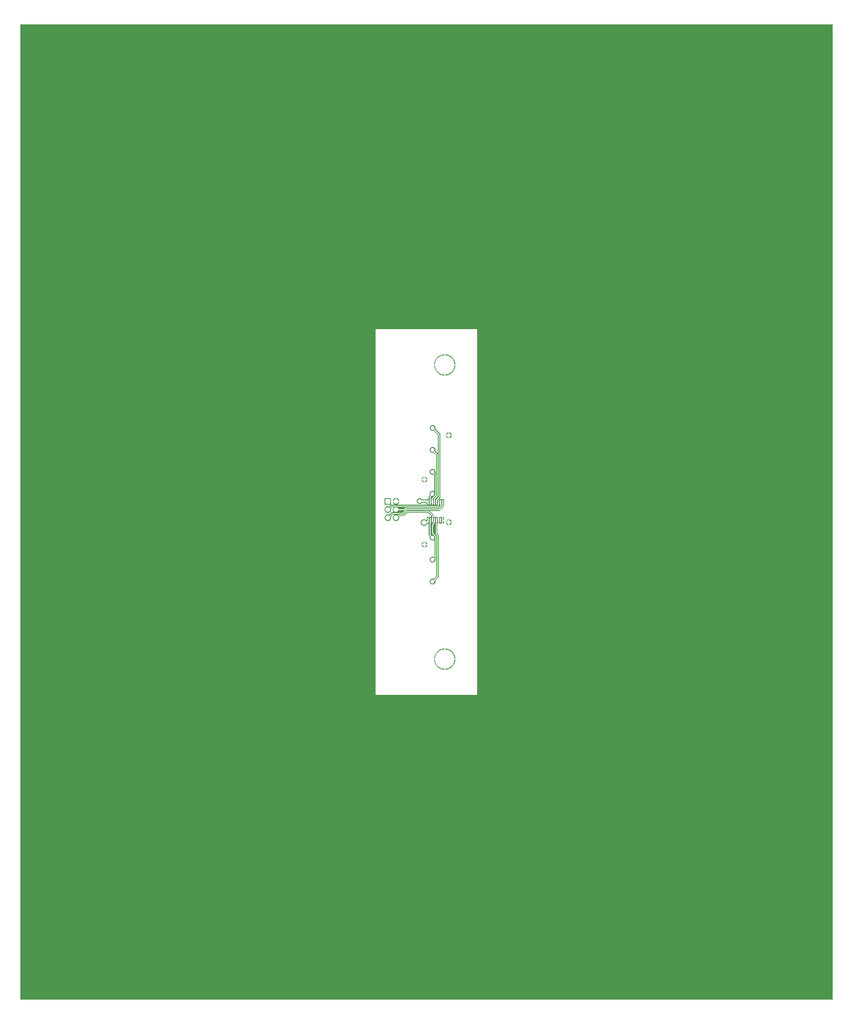
<source format=gbr>
%FSDAX33Y33*%
%MOMM*%
%SFA1B1*%

%IPPOS*%
%AMD1002*
%
%ADD21C,0.254000*%
%ADD22C,0.508000*%
%ADD24C,1.524000*%
%ADD25R,1.524000X1.524000*%
%ADD26C,1.270000*%
%ADD27C,6.096000*%
%ADD30O,0.349999X1.599999*%
%ADD31R,0.349999X1.599999*%
%ADD32R,0.472539X0.406400*%
%ADD33R,1.016000X0.330200*%
%LNfilm_bot-1*%
%LPD*%
G36*
X253999Y304799D02*
X000000D01*
Y000000*
X253999*
Y304799*
G37*
%LNfilm_bot-2*%
%LPC*%
G36*
X111124Y095249D02*
X142874D01*
Y209549*
X111124*
Y095249*
G37*
%LNfilm_bot-3*%
%LPD*%
G36*
X132203Y149699D02*
X132514D01*
Y149201*
X132481Y149034*
X132386Y148892*
X132244Y148797*
X132203Y148789*
Y149699*
G37*
G36*
X133105Y149097D02*
X133857D01*
Y148345*
X133752Y148358*
X133536Y148448*
X133350Y148590*
X133208Y148776*
X133118Y148992*
X133105Y149097*
G37*
G36*
X134111D02*
X134864D01*
X134851Y148992*
X134761Y148776*
X134619Y148590*
X134433Y148448*
X134217Y148358*
X134111Y148345*
Y149097*
G37*
G36*
Y150104D02*
X134217Y150091D01*
X134433Y150001*
X134619Y149859*
X134761Y149673*
X134851Y149457*
X134864Y149351*
X134111*
Y150104*
G37*
G36*
X131426Y150889D02*
X131594Y150856D01*
X131736Y150761*
X131767*
X131909Y150856*
X131949Y150864*
Y149826*
Y148789*
X131909Y148797*
X131767Y148892*
X131736*
X131594Y148797*
X131426Y148764*
X131259Y148797*
X131117Y148892*
X131086*
X130944Y148797*
X130903Y148789*
Y149826*
Y150864*
X130944Y150856*
X131086Y150761*
X131117*
X131259Y150856*
X131426Y150889*
G37*
G36*
X132203Y150864D02*
X132244Y150856D01*
X132386Y150761*
X132481Y150619*
X132514Y150451*
Y149953*
X132203*
Y150864*
G37*
G36*
X133857Y150104D02*
Y149351D01*
X133105*
X133118Y149457*
X133208Y149673*
X133350Y149859*
X133536Y150001*
X133752Y150091*
X133857Y150104*
G37*
G36*
X126237Y143119D02*
Y142366D01*
X125485*
X125498Y142472*
X125588Y142688*
X125730Y142874*
X125916Y143016*
X126132Y143106*
X126237Y143119*
G37*
G36*
X132841Y109728D02*
X133233Y109697D01*
X133738Y109576*
X134218Y109377*
X134661Y109105*
X135057Y108768*
X135394Y108372*
X135666Y107929*
X135865Y107449*
X135986Y106944*
X136017Y106552*
X132841*
Y109728*
G37*
G36*
X129412Y106298D02*
X132587D01*
Y103123*
X132196Y103154*
X131691Y103275*
X131211Y103474*
X130768Y103746*
X130372Y104083*
X130035Y104479*
X129763Y104922*
X129564Y105402*
X129443Y105907*
X129412Y106298*
G37*
G36*
X132841D02*
X136017D01*
X135986Y105907*
X135865Y105402*
X135666Y104922*
X135394Y104479*
X135057Y104083*
X134661Y103746*
X134218Y103474*
X133738Y103275*
X133233Y103154*
X132841Y103123*
Y106298*
G37*
G36*
X132587Y109728D02*
Y106552D01*
X129412*
X129443Y106944*
X129564Y107449*
X129763Y107929*
X130035Y108372*
X130372Y108768*
X130768Y109105*
X131211Y109377*
X131691Y109576*
X132196Y109697*
X132587Y109728*
G37*
G36*
X126491Y143119D02*
X126597Y143106D01*
X126813Y143016*
X126999Y142874*
X127141Y142688*
X127231Y142472*
X127244Y142366*
X126491*
Y143119*
G37*
G36*
X125485Y142112D02*
X126237D01*
Y141360*
X126132Y141373*
X125916Y141463*
X125730Y141605*
X125588Y141791*
X125498Y142007*
X125485Y142112*
G37*
G36*
X126491D02*
X127244D01*
X127231Y142007*
X127141Y141791*
X126999Y141605*
X126813Y141463*
X126597Y141373*
X126491Y141360*
Y142112*
G37*
G36*
X128904Y179585D02*
X129137Y179555D01*
X129353Y179465*
X129539Y179323*
X129681Y179137*
X129771Y178921*
X129801Y178688*
X129771Y178456*
X129746Y178397*
X131211Y176931*
X131295Y176805*
X131325Y176656*
Y156998*
X131295Y156849*
X131211Y156723*
X131067Y156579*
X131088Y156442*
X131177Y156401*
X131259Y156456*
X131426Y156489*
X131594Y156456*
X131736Y156361*
X131767*
X131909Y156456*
X132076Y156489*
X132244Y156456*
X132386Y156361*
X132481Y156219*
X132514Y156051*
Y154801*
X132481Y154634*
X132386Y154492*
X132371Y154482*
Y154168*
X132341Y154019*
X132257Y153893*
X131225Y152861*
X131099Y152777*
X130950Y152747*
X128129*
X128081Y152630*
X129101Y151609*
X129185Y151483*
X129215Y151335*
Y150934*
X129342Y150862*
X129476Y150889*
X129644Y150856*
X129786Y150761*
X129817*
X129959Y150856*
X130126Y150889*
X130294Y150856*
X130352Y150817*
X130451Y150768*
X130551Y150817*
X130609Y150856*
X130649Y150864*
Y149826*
Y148789*
X130609Y148797*
X130551Y148836*
X130547Y148838*
X130421Y148770*
Y145587*
X130703Y145304*
X130787Y145178*
X130817Y145030*
Y132206*
X130787Y132058*
X130703Y131932*
X129746Y130974*
X129771Y130915*
X129801Y130682*
X129771Y130450*
X129681Y130234*
X129539Y130048*
X129353Y129906*
X129137Y129816*
X128904Y129786*
X128672Y129816*
X128456Y129906*
X128270Y130048*
X128128Y130234*
X128038Y130450*
X128008Y130682*
X128038Y130915*
X128128Y131131*
X128270Y131317*
X128456Y131459*
X128672Y131549*
X128904Y131579*
X129137Y131549*
X129196Y131524*
X130040Y132367*
Y137961*
X129923Y138009*
X129746Y137832*
X129771Y137773*
X129801Y137540*
X129771Y137308*
X129681Y137092*
X129539Y136906*
X129353Y136764*
X129137Y136674*
X128904Y136644*
X128672Y136674*
X128456Y136764*
X128270Y136906*
X128128Y137092*
X128038Y137308*
X128008Y137540*
X128038Y137773*
X128128Y137989*
X128270Y138175*
X128456Y138317*
X128672Y138407*
X128904Y138437*
X129137Y138407*
X129196Y138382*
X129532Y138717*
Y143616*
X129418Y143672*
X129353Y143622*
X129137Y143532*
X128904Y143502*
X128672Y143532*
X128456Y143622*
X128270Y143764*
X128128Y143950*
X128038Y144166*
X128008Y144398*
X128038Y144631*
X128063Y144690*
X127808Y144946*
X127724Y145072*
X127694Y145221*
Y148645*
X127634Y148762*
X127171*
X127098Y148585*
X126935Y148373*
X126723Y148210*
X126476Y148108*
X126210Y148073*
X125945Y148108*
X125698Y148210*
X125486Y148373*
X125323Y148585*
X125221Y148832*
X125186Y149097*
X125221Y149363*
X125323Y149610*
X125486Y149822*
X125698Y149985*
X125945Y150087*
X126210Y150122*
X126476Y150087*
X126723Y149985*
X126935Y149822*
X126970Y149820*
X127097Y149947*
Y150880*
X127955*
X128082Y150870*
X128176Y150889*
X128311Y150862*
X128438Y150934*
Y151174*
X127373Y152239*
X120995*
X119992Y151236*
X119866Y151152*
X119717Y151122*
X118524*
X118413Y151011*
X118464Y150887*
X118499Y150621*
X118464Y150356*
X118362Y150109*
X118199Y149897*
X117987Y149734*
X117740Y149632*
X117474Y149597*
X117209Y149632*
X116962Y149734*
X116750Y149897*
X116587Y150109*
X116485Y150356*
X116450Y150621*
X116485Y150887*
X116587Y151134*
X116750Y151346*
X116954Y151503*
X116955Y151516*
X116890Y151630*
X116492*
X115873Y151011*
X115924Y150887*
X115959Y150621*
X115924Y150356*
X115822Y150109*
X115659Y149897*
X115447Y149734*
X115200Y149632*
X114934Y149597*
X114669Y149632*
X114422Y149734*
X114210Y149897*
X114047Y150109*
X113945Y150356*
X113910Y150621*
X113945Y150887*
X114047Y151134*
X114210Y151346*
X114422Y151509*
X114669Y151611*
X114934Y151646*
X115200Y151611*
X115324Y151560*
X116057Y152293*
X116183Y152377*
X116331Y152407*
X116613*
X116675Y152534*
X116587Y152649*
X116485Y152896*
X116450Y153161*
X116485Y153427*
X116587Y153674*
X116675Y153789*
X116613Y153916*
X116238*
X115873Y153551*
X115924Y153427*
X115959Y153161*
X115924Y152896*
X115822Y152649*
X115659Y152437*
X115447Y152274*
X115200Y152172*
X114934Y152137*
X114669Y152172*
X114422Y152274*
X114210Y152437*
X114047Y152649*
X113945Y152896*
X113910Y153161*
X113945Y153427*
X114047Y153674*
X114210Y153886*
X114422Y154049*
X114669Y154151*
X114934Y154186*
X115200Y154151*
X115324Y154100*
X115782Y154558*
X115764Y154639*
X115733Y154685*
X113918*
Y156717*
X115950*
Y154797*
X116077Y154693*
X116890*
X116955Y154806*
X116954Y154820*
X116750Y154977*
X116587Y155189*
X116485Y155436*
X116466Y155574*
X117474*
X118483*
X118464Y155436*
X118362Y155189*
X118199Y154977*
X117995Y154820*
X117994Y154806*
X118059Y154693*
X126981*
X127083Y154795*
X127089Y154815*
Y154951*
X127066Y154966*
X126735Y155298*
X125564*
X125475Y155182*
X125289Y155039*
X125073Y154950*
X124840Y154919*
X124608Y154950*
X124392Y155039*
X124206Y155182*
X124064Y155367*
X123974Y155584*
X123944Y155816*
X123974Y156048*
X124064Y156264*
X124206Y156450*
X124392Y156592*
X124608Y156682*
X124840Y156712*
X125073Y156682*
X125289Y156592*
X125475Y156450*
X125564Y156334*
X126949*
X126949*
X127147Y156294*
X127165Y156283*
X127217Y156361*
X127359Y156456*
X127526Y156489*
X127567Y156481*
X127694Y156585*
Y157292*
X127724Y157441*
X127808Y157567*
X128063Y157823*
X128038Y157882*
X128008Y158114*
X128038Y158347*
X128128Y158563*
X128270Y158749*
X128456Y158891*
X128672Y158981*
X128904Y159011*
X129137Y158981*
X129353Y158891*
X129375Y158874*
X129488Y158931*
Y163839*
X129196Y164131*
X129137Y164106*
X128904Y164076*
X128672Y164106*
X128456Y164196*
X128270Y164338*
X128128Y164524*
X128038Y164740*
X128008Y164972*
X128038Y165205*
X128128Y165421*
X128270Y165607*
X128456Y165749*
X128672Y165839*
X128904Y165869*
X129137Y165839*
X129353Y165749*
X129539Y165607*
X129681Y165421*
X129771Y165205*
X129801Y164972*
X129771Y164740*
X129746Y164681*
X129923Y164504*
X130040Y164552*
Y170146*
X129196Y170989*
X129137Y170964*
X128904Y170934*
X128672Y170964*
X128456Y171054*
X128270Y171196*
X128128Y171382*
X128038Y171598*
X128008Y171830*
X128038Y172063*
X128128Y172279*
X128270Y172465*
X128456Y172607*
X128672Y172697*
X128904Y172727*
X129137Y172697*
X129353Y172607*
X129539Y172465*
X129681Y172279*
X129771Y172063*
X129801Y171830*
X129771Y171598*
X129746Y171539*
X130431Y170854*
X130548Y170902*
Y176496*
X129196Y177847*
X129137Y177822*
X128904Y177792*
X128672Y177822*
X128456Y177912*
X128270Y178054*
X128128Y178240*
X128038Y178456*
X128008Y178688*
X128038Y178921*
X128128Y179137*
X128270Y179323*
X128456Y179465*
X128672Y179555*
X128904Y179585*
G37*
G36*
X133857Y177282D02*
Y176529D01*
X133105*
X133118Y176635*
X133208Y176851*
X133350Y177037*
X133536Y177179*
X133752Y177269*
X133857Y177282*
G37*
G36*
X134111D02*
X134217Y177269D01*
X134433Y177179*
X134619Y177037*
X134761Y176851*
X134851Y176635*
X134864Y176529*
X134111*
Y177282*
G37*
G36*
X132841Y198246D02*
X136017D01*
X135986Y197855*
X135865Y197350*
X135666Y196870*
X135394Y196427*
X135057Y196031*
X134661Y195694*
X134218Y195422*
X133738Y195223*
X133233Y195102*
X132841Y195071*
Y198246*
G37*
G36*
X132587Y201676D02*
Y198500D01*
X129412*
X129443Y198892*
X129564Y199397*
X129763Y199877*
X130035Y200320*
X130372Y200716*
X130768Y201053*
X131211Y201325*
X131691Y201524*
X132196Y201645*
X132587Y201676*
G37*
G36*
X132841D02*
X133233Y201645D01*
X133738Y201524*
X134218Y201325*
X134661Y201053*
X135057Y200716*
X135394Y200320*
X135666Y199877*
X135865Y199397*
X135986Y198892*
X136017Y198500*
X132841*
Y201676*
G37*
G36*
X129412Y198246D02*
X132587D01*
Y195071*
X132196Y195102*
X131691Y195223*
X131211Y195422*
X130768Y195694*
X130372Y196031*
X130035Y196427*
X129763Y196870*
X129564Y197350*
X129443Y197855*
X129412Y198246*
G37*
G36*
X133105Y176275D02*
X133857D01*
Y175523*
X133752Y175536*
X133536Y175626*
X133350Y175768*
X133208Y175954*
X133118Y176170*
X133105Y176275*
G37*
G36*
X126491Y162432D02*
X127244D01*
X127231Y162327*
X127141Y162111*
X126999Y161925*
X126813Y161783*
X126597Y161693*
X126491Y161680*
Y162432*
G37*
G36*
X117347Y156710D02*
Y155828D01*
X116466*
X116485Y155967*
X116587Y156214*
X116750Y156426*
X116962Y156589*
X117209Y156691*
X117347Y156710*
G37*
G36*
X117601D02*
X117740Y156691D01*
X117987Y156589*
X118199Y156426*
X118362Y156214*
X118464Y155967*
X118483Y155828*
X117601*
Y156710*
G37*
G36*
X125485Y162432D02*
X126237D01*
Y161680*
X126132Y161693*
X125916Y161783*
X125730Y161925*
X125588Y162111*
X125498Y162327*
X125485Y162432*
G37*
G36*
X134111Y176275D02*
X134864D01*
X134851Y176170*
X134761Y175954*
X134619Y175768*
X134433Y175626*
X134217Y175536*
X134111Y175523*
Y176275*
G37*
G36*
X126237Y163439D02*
Y162686D01*
X125485*
X125498Y162792*
X125588Y163008*
X125730Y163194*
X125916Y163336*
X126132Y163426*
X126237Y163439*
G37*
G36*
X126491D02*
X126597Y163426D01*
X126813Y163336*
X126999Y163194*
X127141Y163008*
X127231Y162792*
X127244Y162686*
X126491*
Y163439*
G37*
%LNfilm_bot-4*%
%LPC*%
G54D21*
X133984Y149224D02*
X133476Y149732D01*
X131982D01*
Y150973D01*
X131698Y151256D01*
X131982Y154168D02*
Y155332D01*
Y154168D02*
X130950Y153135D01*
X131698Y151256D02*
X130936D01*
X131474Y154378D02*
Y155191D01*
Y154378D02*
X130740Y153643D01*
X131474Y155191D02*
X131332Y155332D01*
X130950Y153135D02*
X126781D01*
X130936Y151256D02*
X130682Y151002D01*
X130936Y156998D02*
Y176656D01*
Y156998D02*
X130126Y156188D01*
X130936Y176656D02*
X128904Y178688D01*
X130740Y153643D02*
X126992D01*
X130682Y149732D02*
Y151002D01*
Y154304D02*
Y155332D01*
Y154304D02*
X130529Y154151D01*
X127202D01*
X130428Y132206D02*
Y145030D01*
Y132206D02*
X128904Y130682D01*
X130428Y145030D02*
X130032Y145426D01*
X130428Y157483D02*
Y170306D01*
Y157483D02*
X129382Y156437D01*
X130428Y170306D02*
X128904Y171830D01*
X130126Y155427D02*
Y156188D01*
Y155427D02*
X130032Y155332D01*
Y145426D02*
Y149732D01*
X129920Y138556D02*
Y144819D01*
Y138556D02*
X128904Y137540D01*
X129920Y144819D02*
X128904Y145835D01*
X129920Y157694D02*
Y158535D01*
Y157694D02*
X128732Y156506D01*
X129920Y158535D02*
X129877Y158579D01*
Y164000D01*
X128904Y164972D01*
X129382Y149732D02*
X129382Y149732D01*
X129382Y155332D02*
Y156437D01*
X129382Y148971D02*
Y149732D01*
Y148971D02*
X128904Y148493D01*
Y144398D02*
X128082Y145221D01*
X128904Y145835D02*
Y148493D01*
Y158114D02*
X128082Y157292D01*
X128826Y149732D02*
Y151335D01*
Y149732D02*
X128732D01*
X128826Y151335D02*
X127534Y152627D01*
X128732Y155332D02*
Y156506D01*
X128082Y145221D02*
Y149732D01*
Y155332D02*
Y157292D01*
X127534Y152627D02*
X120834D01*
X127526Y149826D02*
X126797Y149097D01*
G54D22*
X127432Y155332D02*
X126949Y155816D01*
G54D21*
X127202Y154151D02*
X127049Y154304D01*
X116077D01*
X126992Y153643D02*
X126839Y153796D01*
G54D22*
X126949Y155816D02*
X124840D01*
G54D21*
X126839Y153796D02*
X120566D01*
X126797Y149097D02*
X126210D01*
X126781Y153135D02*
X126628Y153288D01*
X120776D01*
X126503Y148907D02*
X126210Y149097D01*
X120834Y152627D02*
X119717Y151510D01*
X120776Y153288D02*
X119506Y152018D01*
X120566Y153796D02*
X119931Y153161D01*
X117474D01*
X119717Y151510D02*
X118363D01*
X119506Y152018D02*
X116331D01*
X118363Y151510D02*
X117474Y150621D01*
X116331Y152018D02*
X114934Y150621D01*
X116077Y154304D02*
X114934Y153161D01*
G54D30*
X132076Y149826D03*
Y155426D03*
X131426Y149826D03*
Y155426D03*
X130776Y149826D03*
Y155426D03*
X130126Y149826D03*
Y155426D03*
X129476Y149826D03*
Y155426D03*
X128826Y149826D03*
Y155426D03*
X128176Y149826D03*
Y155426D03*
G54D31*
X127526Y149826D03*
G54D30*
X127526Y155426D03*
G54D32*
X127398Y149301D03*
G54D33*
X127126Y149186D03*
G54D24*
X126210Y149097D03*
X117474Y150621D03*
Y153161D03*
Y155701D03*
X114934Y150621D03*
Y153161D03*
G54D25*
X114934Y155701D03*
G54D26*
X133984Y149224D03*
Y176402D03*
G54D27*
X132714Y106425D03*
Y198373D03*
G54D26*
X128904Y130682D03*
Y137540D03*
Y144398D03*
Y158114D03*
Y164972D03*
Y171830D03*
Y178688D03*
X126364Y142239D03*
Y162559D03*
X124840Y155816D03*
M02*
</source>
